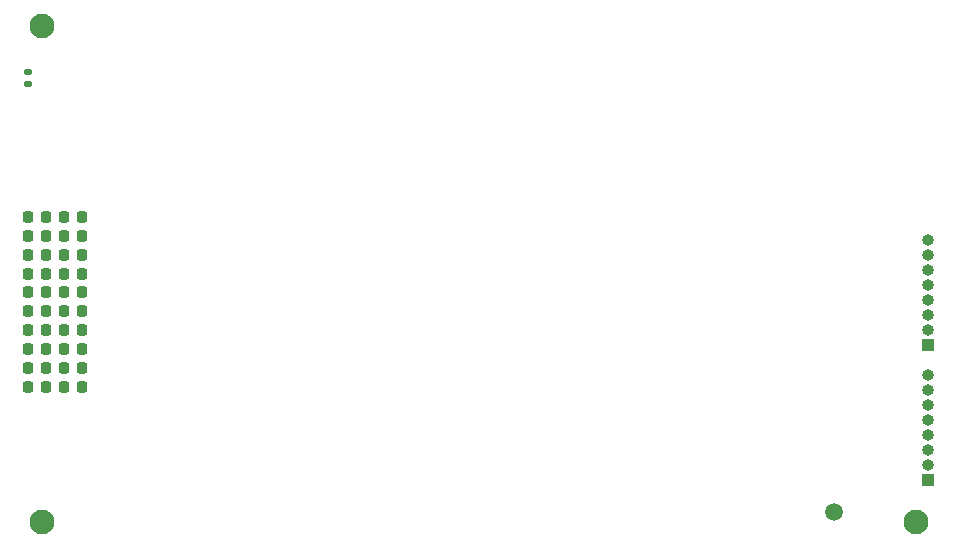
<source format=gbr>
%TF.GenerationSoftware,KiCad,Pcbnew,9.0.1*%
%TF.CreationDate,2025-05-02T11:49:09+03:00*%
%TF.ProjectId,Kampela_H1,4b616d70-656c-4615-9f48-312e6b696361,rev?*%
%TF.SameCoordinates,Original*%
%TF.FileFunction,Soldermask,Bot*%
%TF.FilePolarity,Negative*%
%FSLAX46Y46*%
G04 Gerber Fmt 4.6, Leading zero omitted, Abs format (unit mm)*
G04 Created by KiCad (PCBNEW 9.0.1) date 2025-05-02 11:49:09*
%MOMM*%
%LPD*%
G01*
G04 APERTURE LIST*
G04 Aperture macros list*
%AMRoundRect*
0 Rectangle with rounded corners*
0 $1 Rounding radius*
0 $2 $3 $4 $5 $6 $7 $8 $9 X,Y pos of 4 corners*
0 Add a 4 corners polygon primitive as box body*
4,1,4,$2,$3,$4,$5,$6,$7,$8,$9,$2,$3,0*
0 Add four circle primitives for the rounded corners*
1,1,$1+$1,$2,$3*
1,1,$1+$1,$4,$5*
1,1,$1+$1,$6,$7*
1,1,$1+$1,$8,$9*
0 Add four rect primitives between the rounded corners*
20,1,$1+$1,$2,$3,$4,$5,0*
20,1,$1+$1,$4,$5,$6,$7,0*
20,1,$1+$1,$6,$7,$8,$9,0*
20,1,$1+$1,$8,$9,$2,$3,0*%
G04 Aperture macros list end*
%ADD10R,1.000000X1.000000*%
%ADD11O,1.000000X1.000000*%
%ADD12C,2.100000*%
%ADD13RoundRect,0.225000X0.225000X0.250000X-0.225000X0.250000X-0.225000X-0.250000X0.225000X-0.250000X0*%
%ADD14RoundRect,0.225000X-0.225000X-0.250000X0.225000X-0.250000X0.225000X0.250000X-0.225000X0.250000X0*%
%ADD15C,1.500000*%
%ADD16RoundRect,0.147500X-0.172500X0.147500X-0.172500X-0.147500X0.172500X-0.147500X0.172500X0.147500X0*%
G04 APERTURE END LIST*
D10*
%TO.C,J7*%
X172160000Y-101600000D03*
D11*
X172160000Y-100330000D03*
X172160000Y-99060000D03*
X172160000Y-97790000D03*
X172160000Y-96520000D03*
X172160000Y-95250000D03*
X172160000Y-93980000D03*
X172160000Y-92710000D03*
%TD*%
D12*
%TO.C,H1*%
X97160000Y-74510000D03*
%TD*%
D10*
%TO.C,J4*%
X172160000Y-112990000D03*
D11*
X172160000Y-111720000D03*
X172160000Y-110450000D03*
X172160000Y-109180000D03*
X172160000Y-107910000D03*
X172160000Y-106640000D03*
X172160000Y-105370000D03*
X172160000Y-104100000D03*
%TD*%
D12*
%TO.C,H3*%
X97160000Y-116510000D03*
%TD*%
%TO.C,H2*%
X171160000Y-116510000D03*
%TD*%
D13*
%TO.C,C34*%
X97510000Y-100310000D03*
X95960000Y-100310000D03*
%TD*%
D14*
%TO.C,C23*%
X98960000Y-95510000D03*
X100510000Y-95510000D03*
%TD*%
%TO.C,C16*%
X98960000Y-90710000D03*
X100510000Y-90710000D03*
%TD*%
%TO.C,C21*%
X98960000Y-93910000D03*
X100510000Y-93910000D03*
%TD*%
D13*
%TO.C,C13*%
X97510000Y-95510000D03*
X95960000Y-95510000D03*
%TD*%
D15*
%TO.C,FID4*%
X164160000Y-115710000D03*
%TD*%
D13*
%TO.C,C6*%
X97510000Y-90710000D03*
X95960000Y-90710000D03*
%TD*%
%TO.C,C37*%
X97510000Y-105110000D03*
X95960000Y-105110000D03*
%TD*%
%TO.C,C36*%
X97510000Y-103510000D03*
X95960000Y-103510000D03*
%TD*%
D14*
%TO.C,C25*%
X98960000Y-97110000D03*
X100510000Y-97110000D03*
%TD*%
D16*
%TO.C,D3*%
X95960000Y-78475000D03*
X95960000Y-79445000D03*
%TD*%
D13*
%TO.C,C35*%
X97510000Y-101910000D03*
X95960000Y-101910000D03*
%TD*%
D14*
%TO.C,C30*%
X98960000Y-101910000D03*
X100510000Y-101910000D03*
%TD*%
%TO.C,C31*%
X98960000Y-103510000D03*
X100510000Y-103510000D03*
%TD*%
%TO.C,C32*%
X98960000Y-105110000D03*
X100510000Y-105110000D03*
%TD*%
D13*
%TO.C,C12*%
X97510000Y-93910000D03*
X95960000Y-93910000D03*
%TD*%
%TO.C,C9*%
X97510000Y-92310000D03*
X95960000Y-92310000D03*
%TD*%
D14*
%TO.C,C28*%
X98960000Y-100310000D03*
X100510000Y-100310000D03*
%TD*%
%TO.C,C19*%
X98960000Y-92310000D03*
X100510000Y-92310000D03*
%TD*%
D13*
%TO.C,C33*%
X97510000Y-98710000D03*
X95960000Y-98710000D03*
%TD*%
D14*
%TO.C,C27*%
X98960000Y-98710000D03*
X100510000Y-98710000D03*
%TD*%
D13*
%TO.C,C15*%
X97510000Y-97110000D03*
X95960000Y-97110000D03*
%TD*%
M02*

</source>
